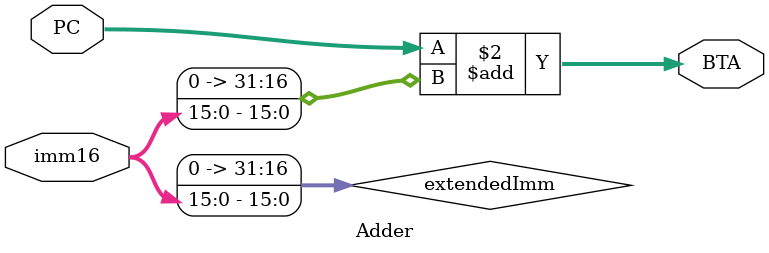
<source format=v>
module Adder(
    input [31:0] PC,
    input [15:0] imm16,
    output reg [31:0] BTA
);      
    wire [31:0] extendedImm;   
    assign extendedImm = {16'b0, imm16}; // Concatenation used to append zeros to MSBs of imm
    always @*
        begin
            BTA <= PC + extendedImm; // Non-blocking assignment used in procedural blocks
        end
endmodule

</source>
